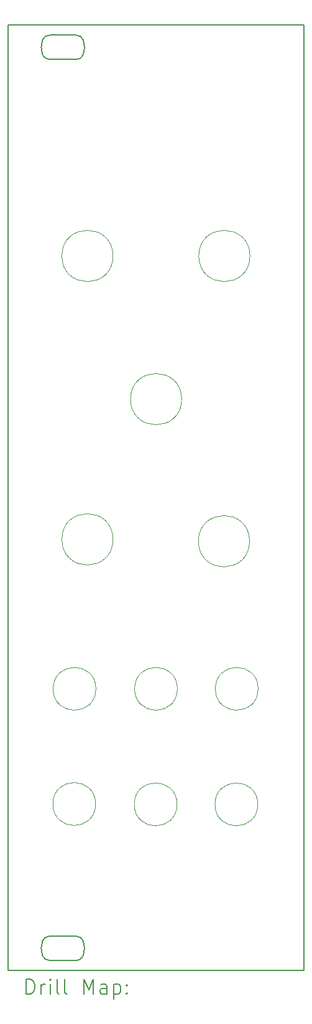
<source format=gbr>
%TF.GenerationSoftware,KiCad,Pcbnew,(6.0.11-0)*%
%TF.CreationDate,2023-03-27T18:46:50+02:00*%
%TF.ProjectId,Moog-Filter-Panel,4d6f6f67-2d46-4696-9c74-65722d50616e,rev?*%
%TF.SameCoordinates,Original*%
%TF.FileFunction,Drillmap*%
%TF.FilePolarity,Positive*%
%FSLAX45Y45*%
G04 Gerber Fmt 4.5, Leading zero omitted, Abs format (unit mm)*
G04 Created by KiCad (PCBNEW (6.0.11-0)) date 2023-03-27 18:46:50*
%MOMM*%
%LPD*%
G01*
G04 APERTURE LIST*
%ADD10C,0.200000*%
%ADD11C,0.100000*%
G04 APERTURE END LIST*
D10*
X15680000Y-14805000D02*
X11650000Y-14805000D01*
D11*
X13078471Y-5100000D02*
G75*
G03*
X13078471Y-5100000I-348471J0D01*
G01*
X14013471Y-7045000D02*
G75*
G03*
X14013471Y-7045000I-348471J0D01*
G01*
X15055000Y-10980000D02*
G75*
G03*
X15055000Y-10980000I-291290J0D01*
G01*
D10*
X12217500Y-2100000D02*
G75*
G03*
X12116900Y-2166700I-6050J-100090D01*
G01*
X12116900Y-2166700D02*
G75*
G03*
X12116900Y-2363300I278100J-98300D01*
G01*
D11*
X13950000Y-12550000D02*
G75*
G03*
X13950000Y-12550000I-291290J0D01*
G01*
D10*
X12207500Y-14340002D02*
G75*
G03*
X12116900Y-14406700I3670J-99868D01*
G01*
X11650000Y-1965000D02*
X15680000Y-1965000D01*
D11*
X12841290Y-12545000D02*
G75*
G03*
X12841290Y-12545000I-291290J0D01*
G01*
D10*
X12673100Y-14603300D02*
G75*
G03*
X12673100Y-14406700I-278100J98300D01*
G01*
X12673100Y-2363300D02*
G75*
G03*
X12673100Y-2166700I-278100J98300D01*
G01*
X12211200Y-14670000D02*
X12578800Y-14670000D01*
X12578800Y-2429994D02*
G75*
G03*
X12673100Y-2363300I20J99984D01*
G01*
X12578800Y-2100000D02*
X12217500Y-2100000D01*
X12211200Y-2430000D02*
X12578800Y-2430000D01*
D11*
X14938471Y-8975000D02*
G75*
G03*
X14938471Y-8975000I-348471J0D01*
G01*
X13078471Y-8950000D02*
G75*
G03*
X13078471Y-8950000I-348471J0D01*
G01*
X13955000Y-10980000D02*
G75*
G03*
X13955000Y-10980000I-291290J0D01*
G01*
D10*
X11650000Y-14805000D02*
X11650000Y-1965000D01*
X12673102Y-2166699D02*
G75*
G03*
X12578800Y-2100000I-94292J-33301D01*
G01*
X12578800Y-14669994D02*
G75*
G03*
X12673100Y-14603300I20J99984D01*
G01*
D11*
X15050000Y-12550000D02*
G75*
G03*
X15050000Y-12550000I-291290J0D01*
G01*
D10*
X12578800Y-14340000D02*
X12207500Y-14340000D01*
X12116904Y-14603299D02*
G75*
G03*
X12211200Y-14670000I94286J33289D01*
G01*
X15680000Y-1965000D02*
X15680000Y-14805000D01*
X12673102Y-14406699D02*
G75*
G03*
X12578800Y-14340000I-94292J-33301D01*
G01*
D11*
X12845000Y-10980000D02*
G75*
G03*
X12845000Y-10980000I-291290J0D01*
G01*
D10*
X12116904Y-2363299D02*
G75*
G03*
X12211200Y-2430000I94286J33289D01*
G01*
D11*
X14943471Y-5100000D02*
G75*
G03*
X14943471Y-5100000I-348471J0D01*
G01*
D10*
X12116900Y-14406700D02*
G75*
G03*
X12116900Y-14603300I278100J-98300D01*
G01*
X11897619Y-15125476D02*
X11897619Y-14925476D01*
X11945238Y-14925476D01*
X11973809Y-14935000D01*
X11992857Y-14954048D01*
X12002381Y-14973095D01*
X12011905Y-15011190D01*
X12011905Y-15039762D01*
X12002381Y-15077857D01*
X11992857Y-15096905D01*
X11973809Y-15115952D01*
X11945238Y-15125476D01*
X11897619Y-15125476D01*
X12097619Y-15125476D02*
X12097619Y-14992143D01*
X12097619Y-15030238D02*
X12107143Y-15011190D01*
X12116667Y-15001667D01*
X12135714Y-14992143D01*
X12154762Y-14992143D01*
X12221428Y-15125476D02*
X12221428Y-14992143D01*
X12221428Y-14925476D02*
X12211905Y-14935000D01*
X12221428Y-14944524D01*
X12230952Y-14935000D01*
X12221428Y-14925476D01*
X12221428Y-14944524D01*
X12345238Y-15125476D02*
X12326190Y-15115952D01*
X12316667Y-15096905D01*
X12316667Y-14925476D01*
X12450000Y-15125476D02*
X12430952Y-15115952D01*
X12421428Y-15096905D01*
X12421428Y-14925476D01*
X12678571Y-15125476D02*
X12678571Y-14925476D01*
X12745238Y-15068333D01*
X12811905Y-14925476D01*
X12811905Y-15125476D01*
X12992857Y-15125476D02*
X12992857Y-15020714D01*
X12983333Y-15001667D01*
X12964286Y-14992143D01*
X12926190Y-14992143D01*
X12907143Y-15001667D01*
X12992857Y-15115952D02*
X12973809Y-15125476D01*
X12926190Y-15125476D01*
X12907143Y-15115952D01*
X12897619Y-15096905D01*
X12897619Y-15077857D01*
X12907143Y-15058809D01*
X12926190Y-15049286D01*
X12973809Y-15049286D01*
X12992857Y-15039762D01*
X13088095Y-14992143D02*
X13088095Y-15192143D01*
X13088095Y-15001667D02*
X13107143Y-14992143D01*
X13145238Y-14992143D01*
X13164286Y-15001667D01*
X13173809Y-15011190D01*
X13183333Y-15030238D01*
X13183333Y-15087381D01*
X13173809Y-15106428D01*
X13164286Y-15115952D01*
X13145238Y-15125476D01*
X13107143Y-15125476D01*
X13088095Y-15115952D01*
X13269048Y-15106428D02*
X13278571Y-15115952D01*
X13269048Y-15125476D01*
X13259524Y-15115952D01*
X13269048Y-15106428D01*
X13269048Y-15125476D01*
X13269048Y-15001667D02*
X13278571Y-15011190D01*
X13269048Y-15020714D01*
X13259524Y-15011190D01*
X13269048Y-15001667D01*
X13269048Y-15020714D01*
M02*

</source>
